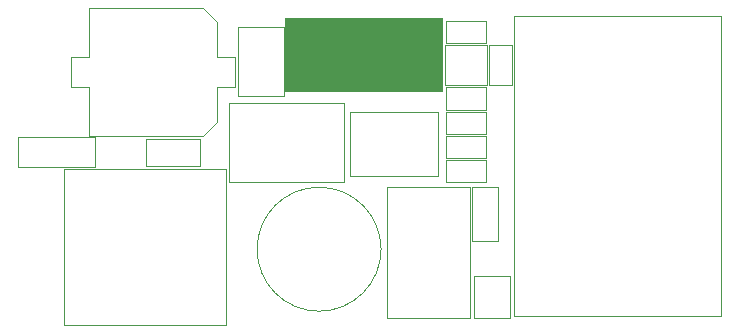
<source format=gbr>
%TF.GenerationSoftware,KiCad,Pcbnew,5.1.12-84ad8e8a86~92~ubuntu20.04.1*%
%TF.CreationDate,2022-01-19T00:30:43+02:00*%
%TF.ProjectId,LED_Wled,4c45445f-576c-4656-942e-6b696361645f,rev?*%
%TF.SameCoordinates,Original*%
%TF.FileFunction,Other,User*%
%FSLAX46Y46*%
G04 Gerber Fmt 4.6, Leading zero omitted, Abs format (unit mm)*
G04 Created by KiCad (PCBNEW 5.1.12-84ad8e8a86~92~ubuntu20.04.1) date 2022-01-19 00:30:43*
%MOMM*%
%LPD*%
G01*
G04 APERTURE LIST*
%ADD10C,0.050000*%
%ADD11C,0.100000*%
G04 APERTURE END LIST*
D10*
%TO.C,C1*%
X103500000Y-66500000D02*
G75*
G03*
X103500000Y-66500000I-5250000J0D01*
G01*
%TO.C,F1*%
X91350000Y-47650000D02*
X95250000Y-47650000D01*
X95250000Y-47650000D02*
X95250000Y-53550000D01*
X95250000Y-53550000D02*
X91350000Y-53550000D01*
X91350000Y-53550000D02*
X91350000Y-47650000D01*
%TO.C,NT1*%
X72750000Y-59500000D02*
X72750000Y-57000000D01*
X79250000Y-59500000D02*
X72750000Y-59500000D01*
X79250000Y-57000000D02*
X79250000Y-59500000D01*
X72750000Y-57000000D02*
X79250000Y-57000000D01*
%TO.C,BOOT1*%
X111350000Y-72350000D02*
X114450000Y-72350000D01*
X111350000Y-68750000D02*
X111350000Y-72350000D01*
X114450000Y-68750000D02*
X111350000Y-68750000D01*
X114450000Y-72350000D02*
X114450000Y-68750000D01*
%TO.C,U3*%
X111000000Y-72300000D02*
X111000000Y-61200000D01*
X104000000Y-72300000D02*
X111000000Y-72300000D01*
X104000000Y-61200000D02*
X104000000Y-72300000D01*
X111000000Y-61200000D02*
X104000000Y-61200000D01*
%TO.C,L1*%
X76640000Y-72900000D02*
X76640000Y-59700000D01*
X90360000Y-72900000D02*
X76640000Y-72900000D01*
X90360000Y-59700000D02*
X90360000Y-72900000D01*
X76640000Y-59700000D02*
X90360000Y-59700000D01*
%TO.C,C5*%
X113420000Y-61220000D02*
X113420000Y-65780000D01*
X111180000Y-61220000D02*
X113420000Y-61220000D01*
X111180000Y-65780000D02*
X111180000Y-61220000D01*
X113420000Y-65780000D02*
X111180000Y-65780000D01*
%TO.C,C4*%
X112342500Y-60850000D02*
X108982500Y-60850000D01*
X112342500Y-58950000D02*
X112342500Y-60850000D01*
X108982500Y-58950000D02*
X112342500Y-58950000D01*
X108982500Y-60850000D02*
X108982500Y-58950000D01*
%TO.C,U2*%
X100900000Y-60300000D02*
X108300000Y-60300000D01*
X100900000Y-54900000D02*
X100900000Y-60300000D01*
X108300000Y-54900000D02*
X100900000Y-54900000D01*
X108300000Y-60300000D02*
X108300000Y-54900000D01*
%TO.C,U1*%
X114750000Y-46750000D02*
X114750000Y-72125000D01*
X132250000Y-46750000D02*
X114750000Y-46750000D01*
X132250000Y-72125000D02*
X132250000Y-46750000D01*
X114750000Y-72125000D02*
X132250000Y-72125000D01*
%TO.C,R5*%
X112342500Y-49050000D02*
X108982500Y-49050000D01*
X112342500Y-47150000D02*
X112342500Y-49050000D01*
X108982500Y-47150000D02*
X112342500Y-47150000D01*
X108982500Y-49050000D02*
X108982500Y-47150000D01*
%TO.C,R4*%
X114550000Y-49220000D02*
X114550000Y-52580000D01*
X112650000Y-49220000D02*
X114550000Y-49220000D01*
X112650000Y-52580000D02*
X112650000Y-49220000D01*
X114550000Y-52580000D02*
X112650000Y-52580000D01*
%TO.C,R3*%
X109020000Y-56900000D02*
X112380000Y-56900000D01*
X109020000Y-58800000D02*
X109020000Y-56900000D01*
X112380000Y-58800000D02*
X109020000Y-58800000D01*
X112380000Y-56900000D02*
X112380000Y-58800000D01*
%TO.C,R2*%
X109020000Y-52800000D02*
X112380000Y-52800000D01*
X109020000Y-54700000D02*
X109020000Y-52800000D01*
X112380000Y-54700000D02*
X109020000Y-54700000D01*
X112380000Y-52800000D02*
X112380000Y-54700000D01*
%TO.C,R1*%
X112380000Y-56750000D02*
X109020000Y-56750000D01*
X112380000Y-54850000D02*
X112380000Y-56750000D01*
X109020000Y-54850000D02*
X112380000Y-54850000D01*
X109020000Y-56750000D02*
X109020000Y-54850000D01*
%TO.C,Q1*%
X112450000Y-52600000D02*
X108950000Y-52600000D01*
X112450000Y-49200000D02*
X112450000Y-52600000D01*
X108950000Y-49200000D02*
X112450000Y-49200000D01*
X108950000Y-52600000D02*
X108950000Y-49200000D01*
D11*
%TO.C,J1*%
G36*
X108635000Y-53100000D02*
G01*
X95365000Y-53100000D01*
X95365000Y-46900000D01*
X108635000Y-46900000D01*
X108635000Y-53100000D01*
G37*
X108635000Y-53100000D02*
X95365000Y-53100000D01*
X95365000Y-46900000D01*
X108635000Y-46900000D01*
X108635000Y-53100000D01*
D10*
%TO.C,D1*%
X90600000Y-60850000D02*
X90600000Y-54150000D01*
X100400000Y-60850000D02*
X90600000Y-60850000D01*
X100400000Y-54150000D02*
X100400000Y-60850000D01*
X90600000Y-54150000D02*
X100400000Y-54150000D01*
%TO.C,C3*%
X83620000Y-57180000D02*
X88180000Y-57180000D01*
X83620000Y-59420000D02*
X83620000Y-57180000D01*
X88180000Y-59420000D02*
X83620000Y-59420000D01*
X88180000Y-57180000D02*
X88180000Y-59420000D01*
%TO.C,C2*%
X91150000Y-50200000D02*
X89600000Y-50200000D01*
X91150000Y-52800000D02*
X91150000Y-50200000D01*
X89600000Y-52800000D02*
X91150000Y-52800000D01*
X89600000Y-50200000D02*
X89600000Y-47250000D01*
X89600000Y-55750000D02*
X89600000Y-52800000D01*
X89600000Y-55750000D02*
X88450000Y-56900000D01*
X89600000Y-47250000D02*
X88450000Y-46100000D01*
X88450000Y-56900000D02*
X78800000Y-56900000D01*
X88450000Y-46100000D02*
X78800000Y-46100000D01*
X78800000Y-50200000D02*
X78800000Y-46100000D01*
X77250000Y-50200000D02*
X78800000Y-50200000D01*
X77250000Y-52800000D02*
X77250000Y-50200000D01*
X78800000Y-52800000D02*
X77250000Y-52800000D01*
X78800000Y-56900000D02*
X78800000Y-52800000D01*
%TD*%
M02*

</source>
